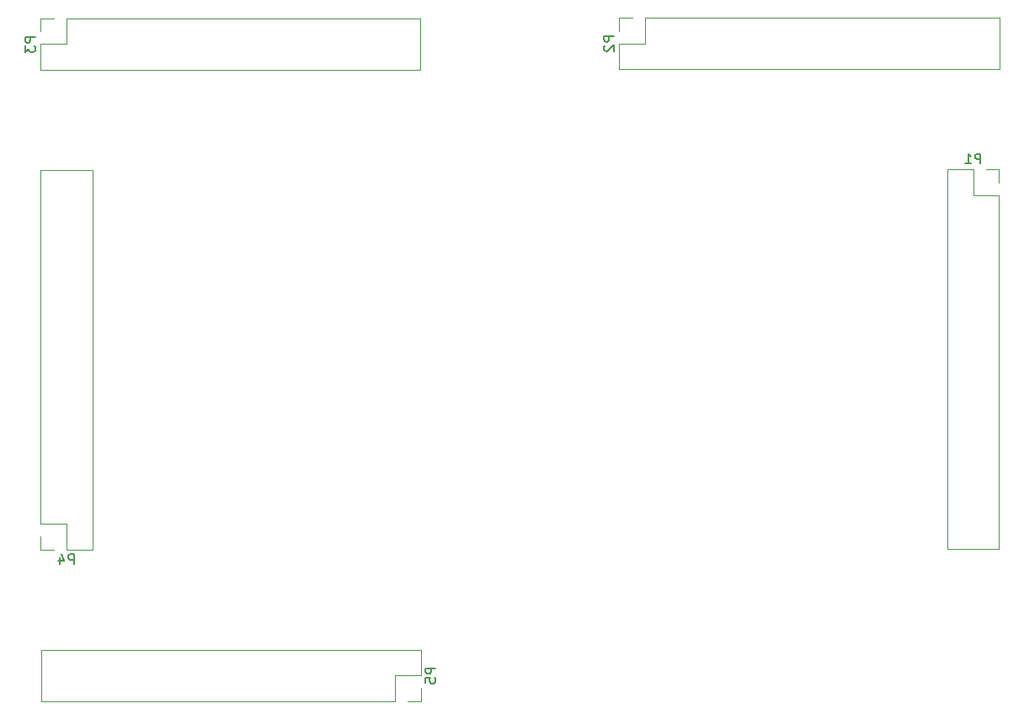
<source format=gbr>
%TF.GenerationSoftware,KiCad,Pcbnew,7.0.1*%
%TF.CreationDate,2023-05-11T10:15:00-05:00*%
%TF.ProjectId,i5ether,69356574-6865-4722-9e6b-696361645f70,rev?*%
%TF.SameCoordinates,Original*%
%TF.FileFunction,Legend,Bot*%
%TF.FilePolarity,Positive*%
%FSLAX46Y46*%
G04 Gerber Fmt 4.6, Leading zero omitted, Abs format (unit mm)*
G04 Created by KiCad (PCBNEW 7.0.1) date 2023-05-11 10:15:00*
%MOMM*%
%LPD*%
G01*
G04 APERTURE LIST*
%ADD10C,0.150000*%
%ADD11C,0.120000*%
G04 APERTURE END LIST*
D10*
%TO.C,P1*%
X192378094Y-86252619D02*
X192378094Y-85252619D01*
X192378094Y-85252619D02*
X191997142Y-85252619D01*
X191997142Y-85252619D02*
X191901904Y-85300238D01*
X191901904Y-85300238D02*
X191854285Y-85347857D01*
X191854285Y-85347857D02*
X191806666Y-85443095D01*
X191806666Y-85443095D02*
X191806666Y-85585952D01*
X191806666Y-85585952D02*
X191854285Y-85681190D01*
X191854285Y-85681190D02*
X191901904Y-85728809D01*
X191901904Y-85728809D02*
X191997142Y-85776428D01*
X191997142Y-85776428D02*
X192378094Y-85776428D01*
X190854285Y-86252619D02*
X191425713Y-86252619D01*
X191139999Y-86252619D02*
X191139999Y-85252619D01*
X191139999Y-85252619D02*
X191235237Y-85395476D01*
X191235237Y-85395476D02*
X191330475Y-85490714D01*
X191330475Y-85490714D02*
X191425713Y-85538333D01*
%TO.C,P5*%
X137582619Y-136971905D02*
X136582619Y-136971905D01*
X136582619Y-136971905D02*
X136582619Y-137352857D01*
X136582619Y-137352857D02*
X136630238Y-137448095D01*
X136630238Y-137448095D02*
X136677857Y-137495714D01*
X136677857Y-137495714D02*
X136773095Y-137543333D01*
X136773095Y-137543333D02*
X136915952Y-137543333D01*
X136915952Y-137543333D02*
X137011190Y-137495714D01*
X137011190Y-137495714D02*
X137058809Y-137448095D01*
X137058809Y-137448095D02*
X137106428Y-137352857D01*
X137106428Y-137352857D02*
X137106428Y-136971905D01*
X136582619Y-138448095D02*
X136582619Y-137971905D01*
X136582619Y-137971905D02*
X137058809Y-137924286D01*
X137058809Y-137924286D02*
X137011190Y-137971905D01*
X137011190Y-137971905D02*
X136963571Y-138067143D01*
X136963571Y-138067143D02*
X136963571Y-138305238D01*
X136963571Y-138305238D02*
X137011190Y-138400476D01*
X137011190Y-138400476D02*
X137058809Y-138448095D01*
X137058809Y-138448095D02*
X137154047Y-138495714D01*
X137154047Y-138495714D02*
X137392142Y-138495714D01*
X137392142Y-138495714D02*
X137487380Y-138448095D01*
X137487380Y-138448095D02*
X137535000Y-138400476D01*
X137535000Y-138400476D02*
X137582619Y-138305238D01*
X137582619Y-138305238D02*
X137582619Y-138067143D01*
X137582619Y-138067143D02*
X137535000Y-137971905D01*
X137535000Y-137971905D02*
X137487380Y-137924286D01*
%TO.C,P2*%
X155512619Y-73411905D02*
X154512619Y-73411905D01*
X154512619Y-73411905D02*
X154512619Y-73792857D01*
X154512619Y-73792857D02*
X154560238Y-73888095D01*
X154560238Y-73888095D02*
X154607857Y-73935714D01*
X154607857Y-73935714D02*
X154703095Y-73983333D01*
X154703095Y-73983333D02*
X154845952Y-73983333D01*
X154845952Y-73983333D02*
X154941190Y-73935714D01*
X154941190Y-73935714D02*
X154988809Y-73888095D01*
X154988809Y-73888095D02*
X155036428Y-73792857D01*
X155036428Y-73792857D02*
X155036428Y-73411905D01*
X154607857Y-74364286D02*
X154560238Y-74411905D01*
X154560238Y-74411905D02*
X154512619Y-74507143D01*
X154512619Y-74507143D02*
X154512619Y-74745238D01*
X154512619Y-74745238D02*
X154560238Y-74840476D01*
X154560238Y-74840476D02*
X154607857Y-74888095D01*
X154607857Y-74888095D02*
X154703095Y-74935714D01*
X154703095Y-74935714D02*
X154798333Y-74935714D01*
X154798333Y-74935714D02*
X154941190Y-74888095D01*
X154941190Y-74888095D02*
X155512619Y-74316667D01*
X155512619Y-74316667D02*
X155512619Y-74935714D01*
%TO.C,P4*%
X101198094Y-126532619D02*
X101198094Y-125532619D01*
X101198094Y-125532619D02*
X100817142Y-125532619D01*
X100817142Y-125532619D02*
X100721904Y-125580238D01*
X100721904Y-125580238D02*
X100674285Y-125627857D01*
X100674285Y-125627857D02*
X100626666Y-125723095D01*
X100626666Y-125723095D02*
X100626666Y-125865952D01*
X100626666Y-125865952D02*
X100674285Y-125961190D01*
X100674285Y-125961190D02*
X100721904Y-126008809D01*
X100721904Y-126008809D02*
X100817142Y-126056428D01*
X100817142Y-126056428D02*
X101198094Y-126056428D01*
X99769523Y-125865952D02*
X99769523Y-126532619D01*
X100007618Y-125485000D02*
X100245713Y-126199285D01*
X100245713Y-126199285D02*
X99626666Y-126199285D01*
%TO.C,P3*%
X97312619Y-73491905D02*
X96312619Y-73491905D01*
X96312619Y-73491905D02*
X96312619Y-73872857D01*
X96312619Y-73872857D02*
X96360238Y-73968095D01*
X96360238Y-73968095D02*
X96407857Y-74015714D01*
X96407857Y-74015714D02*
X96503095Y-74063333D01*
X96503095Y-74063333D02*
X96645952Y-74063333D01*
X96645952Y-74063333D02*
X96741190Y-74015714D01*
X96741190Y-74015714D02*
X96788809Y-73968095D01*
X96788809Y-73968095D02*
X96836428Y-73872857D01*
X96836428Y-73872857D02*
X96836428Y-73491905D01*
X96312619Y-74396667D02*
X96312619Y-75015714D01*
X96312619Y-75015714D02*
X96693571Y-74682381D01*
X96693571Y-74682381D02*
X96693571Y-74825238D01*
X96693571Y-74825238D02*
X96741190Y-74920476D01*
X96741190Y-74920476D02*
X96788809Y-74968095D01*
X96788809Y-74968095D02*
X96884047Y-75015714D01*
X96884047Y-75015714D02*
X97122142Y-75015714D01*
X97122142Y-75015714D02*
X97217380Y-74968095D01*
X97217380Y-74968095D02*
X97265000Y-74920476D01*
X97265000Y-74920476D02*
X97312619Y-74825238D01*
X97312619Y-74825238D02*
X97312619Y-74539524D01*
X97312619Y-74539524D02*
X97265000Y-74444286D01*
X97265000Y-74444286D02*
X97217380Y-74396667D01*
D11*
%TO.C,P1*%
X194240000Y-125010000D02*
X189040000Y-125010000D01*
X194240000Y-89390000D02*
X194240000Y-125010000D01*
X194240000Y-89390000D02*
X191640000Y-89390000D01*
X194240000Y-88120000D02*
X194240000Y-86790000D01*
X194240000Y-86790000D02*
X192910000Y-86790000D01*
X191640000Y-89390000D02*
X191640000Y-86790000D01*
X191640000Y-86790000D02*
X189040000Y-86790000D01*
X189040000Y-86790000D02*
X189040000Y-125010000D01*
%TO.C,P5*%
X97900000Y-140310000D02*
X97900000Y-135110000D01*
X133520000Y-140310000D02*
X97900000Y-140310000D01*
X133520000Y-140310000D02*
X133520000Y-137710000D01*
X134790000Y-140310000D02*
X136120000Y-140310000D01*
X136120000Y-140310000D02*
X136120000Y-138980000D01*
X133520000Y-137710000D02*
X136120000Y-137710000D01*
X136120000Y-137710000D02*
X136120000Y-135110000D01*
X136120000Y-135110000D02*
X97900000Y-135110000D01*
%TO.C,P2*%
X194270000Y-71550000D02*
X194270000Y-76750000D01*
X158650000Y-71550000D02*
X194270000Y-71550000D01*
X158650000Y-71550000D02*
X158650000Y-74150000D01*
X157380000Y-71550000D02*
X156050000Y-71550000D01*
X156050000Y-71550000D02*
X156050000Y-72880000D01*
X158650000Y-74150000D02*
X156050000Y-74150000D01*
X156050000Y-74150000D02*
X156050000Y-76750000D01*
X156050000Y-76750000D02*
X194270000Y-76750000D01*
%TO.C,P4*%
X97860000Y-86850000D02*
X103060000Y-86850000D01*
X97860000Y-122470000D02*
X97860000Y-86850000D01*
X97860000Y-122470000D02*
X100460000Y-122470000D01*
X97860000Y-123740000D02*
X97860000Y-125070000D01*
X97860000Y-125070000D02*
X99190000Y-125070000D01*
X100460000Y-122470000D02*
X100460000Y-125070000D01*
X100460000Y-125070000D02*
X103060000Y-125070000D01*
X103060000Y-125070000D02*
X103060000Y-86850000D01*
%TO.C,P3*%
X136070000Y-71630000D02*
X136070000Y-76830000D01*
X100450000Y-71630000D02*
X136070000Y-71630000D01*
X100450000Y-71630000D02*
X100450000Y-74230000D01*
X99180000Y-71630000D02*
X97850000Y-71630000D01*
X97850000Y-71630000D02*
X97850000Y-72960000D01*
X100450000Y-74230000D02*
X97850000Y-74230000D01*
X97850000Y-74230000D02*
X97850000Y-76830000D01*
X97850000Y-76830000D02*
X136070000Y-76830000D01*
%TD*%
M02*

</source>
